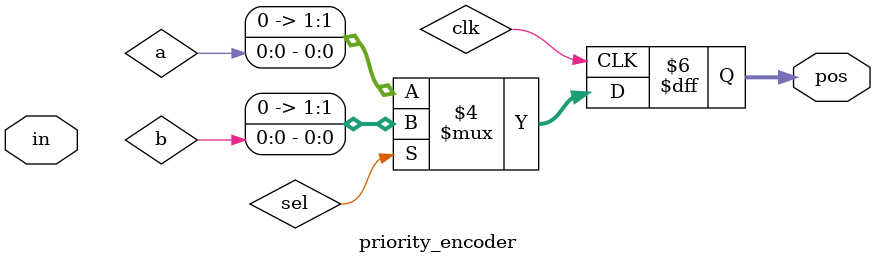
<source format=v>
module priority_encoder( 
input [2:0] in,
output reg [1:0] pos ); 
// When sel=1, assign b to out
// When sel=0, assign a to out
always @(posedge clk) begin
  if (sel == 1)
    pos <= b;
  else
    pos <= a;
end
endmodule

</source>
